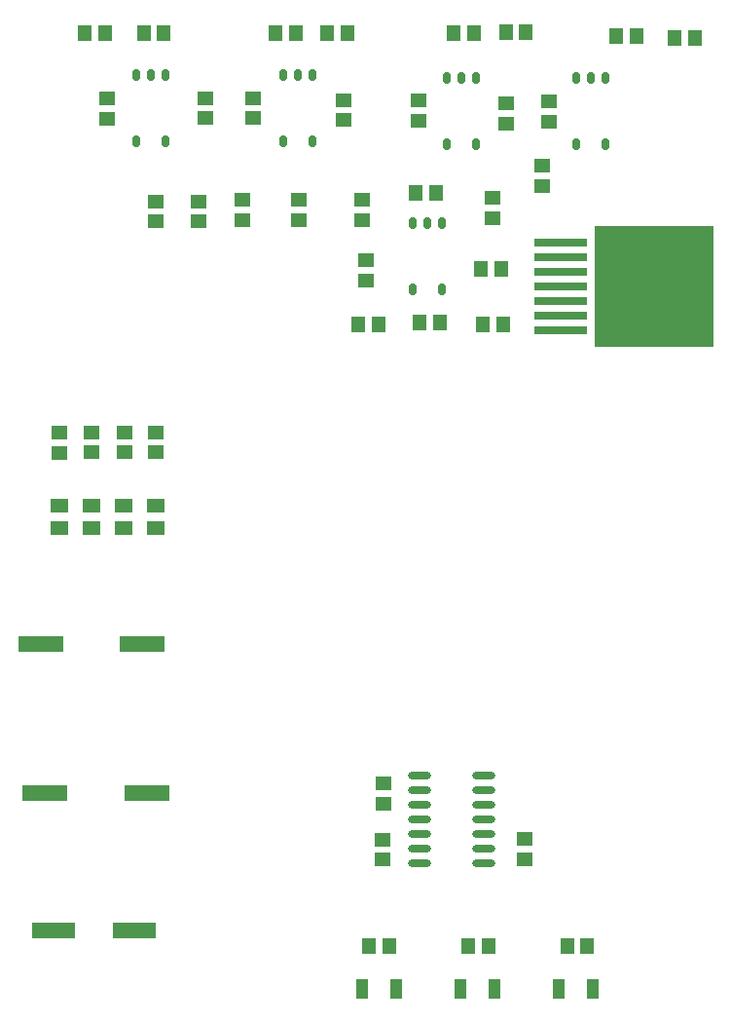
<source format=gtp>
G04*
G04 #@! TF.GenerationSoftware,Altium Limited,Altium Designer,18.1.9 (240)*
G04*
G04 Layer_Color=8421504*
%FSLAX25Y25*%
%MOIN*%
G70*
G01*
G75*
%ADD25R,0.14961X0.05512*%
%ADD26R,0.04567X0.05787*%
%ADD27R,0.04449X0.07087*%
%ADD28R,0.15748X0.05512*%
%ADD29R,0.05787X0.04567*%
%ADD30O,0.08000X0.02400*%
%ADD31R,0.40551X0.41339*%
%ADD32R,0.18110X0.03150*%
G04:AMPARAMS|DCode=33|XSize=23.62mil|YSize=39.37mil|CornerRadius=0mil|HoleSize=0mil|Usage=FLASHONLY|Rotation=0.000|XOffset=0mil|YOffset=0mil|HoleType=Round|Shape=Octagon|*
%AMOCTAGOND33*
4,1,8,-0.00591,0.01968,0.00591,0.01968,0.01181,0.01378,0.01181,-0.01378,0.00591,-0.01968,-0.00591,-0.01968,-0.01181,-0.01378,-0.01181,0.01378,-0.00591,0.01968,0.0*
%
%ADD33OCTAGOND33*%

%ADD34R,0.05906X0.05118*%
D25*
X42100Y73100D02*
D03*
X14341D02*
D03*
D26*
X197145Y67700D02*
D03*
X190255D02*
D03*
X114990Y380200D02*
D03*
X108100D02*
D03*
X146745Y281100D02*
D03*
X139855D02*
D03*
X125745Y280500D02*
D03*
X118855D02*
D03*
X207055Y379209D02*
D03*
X213945D02*
D03*
X151555Y380200D02*
D03*
X158445D02*
D03*
X176145Y380300D02*
D03*
X169255D02*
D03*
X90410Y380200D02*
D03*
X97300D02*
D03*
X25055D02*
D03*
X31945D02*
D03*
X138455Y325500D02*
D03*
X145345D02*
D03*
X156405Y67700D02*
D03*
X163295D02*
D03*
X122555D02*
D03*
X129445D02*
D03*
X160755Y299400D02*
D03*
X167645D02*
D03*
X161455Y280500D02*
D03*
X168345D02*
D03*
X45255Y380200D02*
D03*
X52145D02*
D03*
X227055Y378600D02*
D03*
X233945D02*
D03*
D27*
X187468Y53000D02*
D03*
X199200D02*
D03*
X165483D02*
D03*
X153751D02*
D03*
X131766D02*
D03*
X120034D02*
D03*
D28*
X11400Y120100D02*
D03*
X46280D02*
D03*
X44800Y171200D02*
D03*
X9920D02*
D03*
D29*
X181800Y327755D02*
D03*
Y334645D02*
D03*
X49400Y243545D02*
D03*
Y236655D02*
D03*
X175700Y97410D02*
D03*
Y104300D02*
D03*
X38600Y243545D02*
D03*
Y236655D02*
D03*
X16500Y243345D02*
D03*
Y236455D02*
D03*
X27533Y243545D02*
D03*
Y236655D02*
D03*
X120100Y323145D02*
D03*
Y316255D02*
D03*
X121300Y302445D02*
D03*
Y295555D02*
D03*
X66300Y350955D02*
D03*
Y357845D02*
D03*
X113800Y357245D02*
D03*
Y350355D02*
D03*
X184000Y356745D02*
D03*
Y349855D02*
D03*
X139300Y357045D02*
D03*
Y350155D02*
D03*
X82900Y357845D02*
D03*
Y350955D02*
D03*
X32700Y357745D02*
D03*
Y350855D02*
D03*
X164900Y316910D02*
D03*
Y323800D02*
D03*
X127300Y116410D02*
D03*
Y123300D02*
D03*
X127100Y104200D02*
D03*
Y97310D02*
D03*
X49500Y315710D02*
D03*
Y322600D02*
D03*
X64000Y315710D02*
D03*
Y322600D02*
D03*
X98500Y316210D02*
D03*
Y323100D02*
D03*
X79167Y316210D02*
D03*
Y323100D02*
D03*
X169500Y349055D02*
D03*
Y355945D02*
D03*
D30*
X161800Y126100D02*
D03*
Y121100D02*
D03*
Y116100D02*
D03*
Y111100D02*
D03*
Y106100D02*
D03*
Y101100D02*
D03*
Y96100D02*
D03*
X139800D02*
D03*
Y101100D02*
D03*
Y106100D02*
D03*
Y111100D02*
D03*
Y116100D02*
D03*
Y121100D02*
D03*
Y126100D02*
D03*
D31*
X220100Y293300D02*
D03*
D32*
X188100Y308300D02*
D03*
Y303300D02*
D03*
Y298300D02*
D03*
Y293300D02*
D03*
Y288300D02*
D03*
Y283300D02*
D03*
Y278300D02*
D03*
D33*
X193300Y342164D02*
D03*
X203300D02*
D03*
Y364900D02*
D03*
X193300D02*
D03*
X198300D02*
D03*
X142300Y315200D02*
D03*
X137300D02*
D03*
X147300D02*
D03*
Y292464D02*
D03*
X137300D02*
D03*
X154100Y364800D02*
D03*
X149100D02*
D03*
X159100D02*
D03*
Y342064D02*
D03*
X149100D02*
D03*
X98000Y365700D02*
D03*
X93000D02*
D03*
X103000D02*
D03*
Y342964D02*
D03*
X93000D02*
D03*
X47600Y365700D02*
D03*
X42600D02*
D03*
X52600D02*
D03*
Y342964D02*
D03*
X42600D02*
D03*
D34*
X49300Y218300D02*
D03*
Y210820D02*
D03*
X16400Y218300D02*
D03*
Y210820D02*
D03*
X38333D02*
D03*
Y218300D02*
D03*
X27367Y210820D02*
D03*
Y218300D02*
D03*
M02*

</source>
